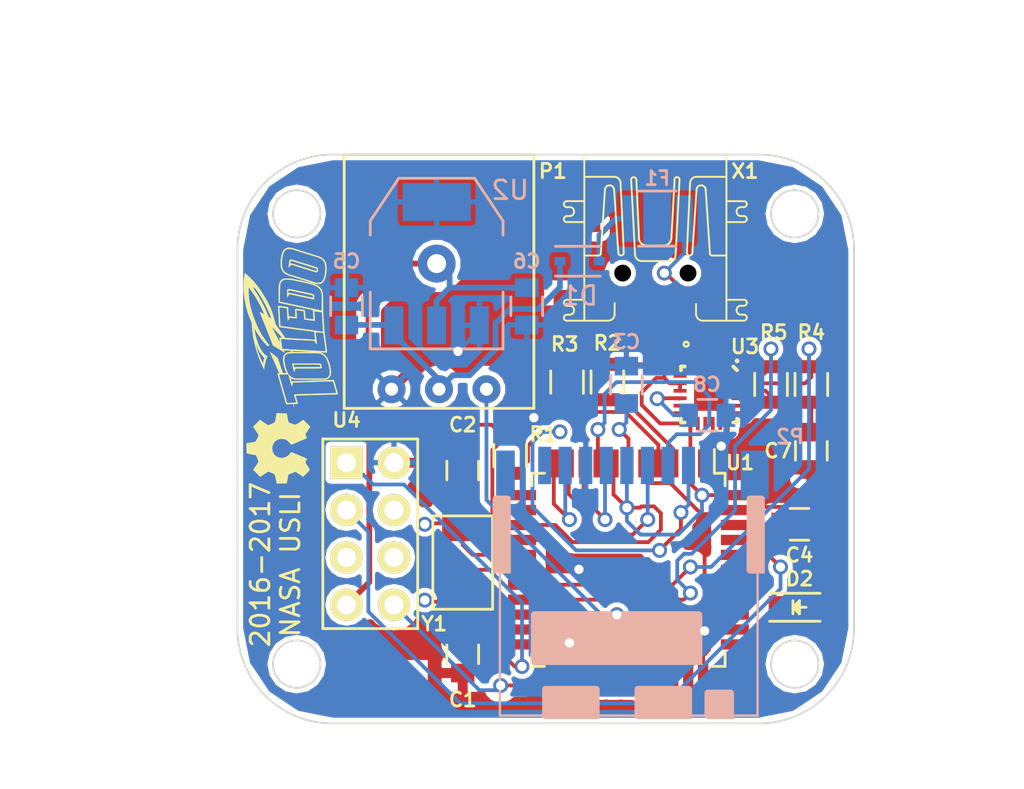
<source format=kicad_pcb>
(kicad_pcb (version 4) (host pcbnew 4.0.4+dfsg1-stable)
  (layers (0 F.Cu signal) (31 B.Cu signal) (34 B.Paste user) (35 F.Paste user) (36 B.SilkS user) (37 F.SilkS user) (38 B.Mask user) (39 F.Mask user) (44 Edge.Cuts user))
  (net 0 "")
  (net 1 GND)
  (net 2 "Net-(C1-Pad1)")
  (net 3 "Net-(C2-Pad1)")
  (net 4 "Net-(C3-Pad1)")
  (net 5 "Net-(C4-Pad1)")
  (net 6 VDD)
  (net 7 "Net-(D2-Pad1)")
  (net 8 SERVO_PWM)
  (net 9 "Net-(P2-Pad8)")
  (net 10 MISO)
  (net 11 SCK)
  (net 12 MOSI)
  (net 13 SD_CS)
  (net 14 USB_D-)
  (net 15 "Net-(R2-Pad1)")
  (net 16 USB_D+)
  (net 17 RST)
  (net 18 SCL)
  (net 19 SDA)
  (net 20 "Net-(U1-Pad1)")
  (net 21 "Net-(U1-Pad12)")
  (net 22 RX)
  (net 23 TX)
  (net 24 "Net-(U1-Pad22)")
  (net 25 "Net-(U1-Pad25)")
  (net 26 "Net-(U1-Pad26)")
  (net 27 "Net-(U1-Pad31)")
  (net 28 "Net-(U1-Pad32)")
  (net 29 "Net-(U1-Pad36)")
  (net 30 "Net-(U1-Pad37)")
  (net 31 "Net-(U1-Pad38)")
  (net 32 "Net-(U1-Pad39)")
  (net 33 "Net-(U3-Pad1)")
  (net 34 "Net-(U3-Pad7)")
  (net 35 "Net-(U3-Pad11)")
  (net 36 "Net-(U3-Pad12)")
  (net 37 "Net-(U3-Pad19)")
  (net 38 "Net-(U3-Pad20)")
  (net 39 "Net-(U3-Pad21)")
  (net 40 WIFI_ON)
  (net 41 "Net-(U4-Pad4)")
  (net 42 "Net-(U4-Pad5)")
  (net 43 "Net-(U4-Pad6)")
  (net 44 "Net-(X1-Pad4)")
  (net 45 "Net-(U3-Pad25)")
  (net 46 "Net-(D1-Pad2)")
  (net 47 "Net-(F1-Pad1)")
  (net 48 "Net-(U1-Pad28)")
  (net 49 VCC)
  (net 50 "Net-(R3-Pad1)")
  (net 51 "Net-(C8-Pad1)")
  (net 52 "Net-(U1-Pad40)")
  (net 53 "Net-(U1-Pad27)")
  (net 54 "Net-(U1-Pad24)")
  (net 55 "Net-(U1-Pad34)")
  (module Capacitors_SMD:C_0805 (layer B.Cu) (at 162.322 100.33)
    (fp_text reference C8 (at -0.016 -1.651) (layer B.SilkS) (effects (font (size 0.75 0.75)) (justify mirror)))
    (fp_text value .1uF)
    (pad 1 smd rect (at -1 0) (size 1 1.25) (layers B.Cu B.Paste B.Mask) (net 51 "Net-(C8-Pad1)"))
    (pad 2 smd rect (at 1 0) (size 1 1.25) (layers B.Cu B.Paste B.Mask) (net 1 GND))
  )
  (module Capacitors_SMD:C_0805 (layer F.Cu) (at 149.225 113.141 270)
    (fp_text reference C1 (at 2.429 0 360) (layer F.SilkS) (effects (font (size 0.75 0.75))))
    (fp_text value 33pF)
    (pad 1 smd rect (at -1 0 270) (size 1 1.25) (layers F.Cu F.Paste F.Mask) (net 2 "Net-(C1-Pad1)"))
    (pad 2 smd rect (at 1 0 270) (size 1 1.25) (layers F.Cu F.Paste F.Mask) (net 1 GND))
  )
  (module Capacitors_SMD:C_0805 (layer F.Cu) (at 149.225 103.2924 90)
    (fp_text reference C2 (at 2.4544 0 180) (layer F.SilkS) (effects (font (size 0.75 0.75))))
    (fp_text value 33pF)
    (pad 1 smd rect (at -1 0 90) (size 1 1.25) (layers F.Cu F.Paste F.Mask) (net 3 "Net-(C2-Pad1)"))
    (pad 2 smd rect (at 1 0 90) (size 1 1.25) (layers F.Cu F.Paste F.Mask) (net 1 GND))
  )
  (module Capacitors_SMD:C_0805 (layer B.Cu) (at 157.988 98.695 90)
    (fp_text reference C3 (at 2.302 0 180) (layer B.SilkS) (effects (font (size 0.75 0.75)) (justify mirror)))
    (fp_text value 1uF)
    (pad 1 smd rect (at -1 0 90) (size 1 1.25) (layers B.Cu B.Paste B.Mask) (net 4 "Net-(C3-Pad1)"))
    (pad 2 smd rect (at 1 0 90) (size 1 1.25) (layers B.Cu B.Paste B.Mask) (net 1 GND))
  )
  (module Capacitors_SMD:C_0805 (layer F.Cu) (at 167.259 106.172)
    (fp_text reference C4 (at 0 1.651) (layer F.SilkS) (effects (font (size 0.75 0.75))))
    (fp_text value .1uF)
    (pad 1 smd rect (at -1 0) (size 1 1.25) (layers F.Cu F.Paste F.Mask) (net 5 "Net-(C4-Pad1)"))
    (pad 2 smd rect (at 1 0) (size 1 1.25) (layers F.Cu F.Paste F.Mask) (net 1 GND))
  )
  (module Capacitors_SMD:C_0805 (layer B.Cu) (at 143.002 94.488 90)
    (fp_text reference C5 (at 2.413 0 180) (layer B.SilkS) (effects (font (size 0.75 0.75)) (justify mirror)))
    (fp_text value 10uF)
    (pad 1 smd rect (at -1 0 90) (size 1 1.25) (layers B.Cu B.Paste B.Mask) (net 49 VCC))
    (pad 2 smd rect (at 1 0 90) (size 1 1.25) (layers B.Cu B.Paste B.Mask) (net 1 GND))
  )
  (module Capacitors_SMD:C_0805 (layer B.Cu) (at 152.654 94.488 270)
    (fp_text reference C6 (at -2.413 0 360) (layer B.SilkS) (effects (font (size 0.75 0.75)) (justify mirror)))
    (fp_text value 22uF)
    (pad 1 smd rect (at -1 0 270) (size 1 1.25) (layers B.Cu B.Paste B.Mask) (net 6 VDD))
    (pad 2 smd rect (at 1 0 270) (size 1 1.25) (layers B.Cu B.Paste B.Mask) (net 1 GND))
  )
  (module Capacitors_SMD:C_0805 (layer F.Cu) (at 167.894 102.235 270)
    (fp_text reference C7 (at 0 1.778 360) (layer F.SilkS) (effects (font (size 0.75 0.75))))
    (fp_text value .1uF)
    (pad 1 smd rect (at -1 0 270) (size 1 1.25) (layers F.Cu F.Paste F.Mask) (net 6 VDD))
    (pad 2 smd rect (at 1 0 270) (size 1 1.25) (layers F.Cu F.Paste F.Mask) (net 1 GND))
  )
  (module Diodes_SMD:SOD-323 (layer B.Cu) (at 155.487 92.075)
    (fp_text reference D1 (at 0 1.85) (layer B.SilkS) (effects (justify mirror)))
    (fp_text value D_Schottky)
    (pad 1 smd rect (at -1.055 0) (size 0.59 0.45) (layers B.Cu B.Paste B.Mask) (net 49 VCC))
    (pad 2 smd rect (at 1.055 0) (size 0.59 0.45) (layers B.Cu B.Paste B.Mask) (net 46 "Net-(D1-Pad2)"))
  )
  (module LEDs:LED_0805 (layer F.Cu) (at 167.259 110.617)
    (fp_text reference D2 (at 0 -1.524) (layer F.SilkS) (effects (font (size 0.75 0.75))))
    (fp_text value LED_BLUE)
    (pad 2 smd rect (at 1.04902 0 180) (size 1.19888 1.19888) (layers F.Cu F.Paste F.Mask) (net 1 GND))
    (pad 1 smd rect (at -1.04902 0 180) (size 1.19888 1.19888) (layers F.Cu F.Paste F.Mask) (net 7 "Net-(D2-Pad1)"))
  )
  (module Resistors_SMD:R_1210 (layer B.Cu) (at 159.639 89.789 180)
    (fp_text reference F1 (at 0 2.159 180) (layer B.SilkS) (effects (font (size 0.75 0.75)) (justify mirror)))
    (fp_text value FUSE)
    (pad 1 smd rect (at -1.45 0 180) (size 0.9 2.5) (layers B.Cu B.Paste B.Mask) (net 47 "Net-(F1-Pad1)"))
    (pad 2 smd rect (at 1.45 0 180) (size 0.9 2.5) (layers B.Cu B.Paste B.Mask) (net 46 "Net-(D1-Pad2)"))
  )
  (module "UT ROCKETRY MOD:TE1X3" (layer F.Cu) (at 147.955 102.0445 180)
    (fp_text reference P1 (at -6.096 14.7955 180) (layer F.SilkS) (effects (font (size 0.762 0.762))))
    (fp_text value CONN_01X03)
    (pad 3 thru_hole circle (at 2.54 3.1115 180) (size 1.5 1.5) (drill 0.7) (layers *.Cu *.Mask) (net 1 GND))
    (pad 2 thru_hole circle (at 0 3.1115 180) (size 1.5 1.5) (drill 0.7) (layers *.Cu *.Mask) (net 49 VCC))
    (pad 1 thru_hole circle (at -2.54 3.1115 180) (size 1.5 1.5) (drill 0.7) (layers *.Cu *.Mask) (net 8 SERVO_PWM))
  )
  (module Resistors_SMD:R_0805 (layer F.Cu) (at 151.765 102.489 90)
    (fp_text reference R1 (at 1.143 1.778 180) (layer F.SilkS) (effects (font (size 0.75 0.75))))
    (fp_text value 10K)
    (pad 1 smd rect (at -0.95 0 90) (size 0.7 1.3) (layers F.Cu F.Paste F.Mask) (net 17 RST))
    (pad 2 smd rect (at 0.95 0 90) (size 0.7 1.3) (layers F.Cu F.Paste F.Mask) (net 6 VDD))
  )
  (module Resistors_SMD:R_0805 (layer F.Cu) (at 156.972 98.5495 270)
    (fp_text reference R2 (at -2.093 0 360) (layer F.SilkS) (effects (font (size 0.75 0.75))))
    (fp_text value 22)
    (pad 1 smd rect (at -0.95 0 270) (size 0.7 1.3) (layers F.Cu F.Paste F.Mask) (net 15 "Net-(R2-Pad1)"))
    (pad 2 smd rect (at 0.95 0 270) (size 0.7 1.3) (layers F.Cu F.Paste F.Mask) (net 14 USB_D-))
  )
  (module Resistors_SMD:R_0805 (layer F.Cu) (at 154.813 98.552 270)
    (fp_text reference R3 (at -2.032 0.127 360) (layer F.SilkS) (effects (font (size 0.75 0.75))))
    (fp_text value 22)
    (pad 1 smd rect (at -0.95 0 270) (size 0.7 1.3) (layers F.Cu F.Paste F.Mask) (net 50 "Net-(R3-Pad1)"))
    (pad 2 smd rect (at 0.95 0 270) (size 0.7 1.3) (layers F.Cu F.Paste F.Mask) (net 16 USB_D+))
  )
  (module Resistors_SMD:R_0805 (layer F.Cu) (at 167.894 98.679 90)
    (fp_text reference R4 (at 2.794 0 180) (layer F.SilkS) (effects (font (size 0.75 0.75))))
    (fp_text value 10K)
    (pad 1 smd rect (at -0.95 0 90) (size 0.7 1.3) (layers F.Cu F.Paste F.Mask) (net 6 VDD))
    (pad 2 smd rect (at 0.95 0 90) (size 0.7 1.3) (layers F.Cu F.Paste F.Mask) (net 18 SCL))
  )
  (module Resistors_SMD:R_0805 (layer F.Cu) (at 165.735 98.679 90)
    (fp_text reference R5 (at 2.794 0.145958 180) (layer F.SilkS) (effects (font (size 0.75 0.75))))
    (fp_text value 10K)
    (pad 1 smd rect (at -0.95 0 90) (size 0.7 1.3) (layers F.Cu F.Paste F.Mask) (net 6 VDD))
    (pad 2 smd rect (at 0.95 0 90) (size 0.7 1.3) (layers F.Cu F.Paste F.Mask) (net 19 SDA))
  )
  (module Housings_QFP:TQFP-44_10x10mm_Pitch0.8mm (layer F.Cu) (at 158.1 108.61 270)
    (fp_text reference U1 (at -5.74 -5.984 360) (layer F.SilkS) (effects (font (size 0.75 0.75))))
    (fp_text value ATmega32U4)
    (pad 1 smd rect (at -5.7 -4 270) (size 1.5 0.55) (layers F.Cu F.Paste F.Mask) (net 20 "Net-(U1-Pad1)"))
    (pad 2 smd rect (at -5.7 -3.2 270) (size 1.5 0.55) (layers F.Cu F.Paste F.Mask) (net 6 VDD))
    (pad 3 smd rect (at -5.7 -2.4 270) (size 1.5 0.55) (layers F.Cu F.Paste F.Mask) (net 14 USB_D-))
    (pad 4 smd rect (at -5.7 -1.6 270) (size 1.5 0.55) (layers F.Cu F.Paste F.Mask) (net 16 USB_D+))
    (pad 5 smd rect (at -5.7 -0.8 270) (size 1.5 0.55) (layers F.Cu F.Paste F.Mask) (net 1 GND))
    (pad 6 smd rect (at -5.7 0 270) (size 1.5 0.55) (layers F.Cu F.Paste F.Mask) (net 4 "Net-(C3-Pad1)"))
    (pad 7 smd rect (at -5.7 0.8 270) (size 1.5 0.55) (layers F.Cu F.Paste F.Mask) (net 6 VDD))
    (pad 8 smd rect (at -5.7 1.6 270) (size 1.5 0.55) (layers F.Cu F.Paste F.Mask) (net 13 SD_CS))
    (pad 9 smd rect (at -5.7 2.4 270) (size 1.5 0.55) (layers F.Cu F.Paste F.Mask) (net 11 SCK))
    (pad 10 smd rect (at -5.7 3.2 270) (size 1.5 0.55) (layers F.Cu F.Paste F.Mask) (net 12 MOSI))
    (pad 11 smd rect (at -5.7 4 270) (size 1.5 0.55) (layers F.Cu F.Paste F.Mask) (net 10 MISO))
    (pad 12 smd rect (at -4 5.7) (size 1.5 0.55) (layers F.Cu F.Paste F.Mask) (net 21 "Net-(U1-Pad12)"))
    (pad 13 smd rect (at -3.2 5.7) (size 1.5 0.55) (layers F.Cu F.Paste F.Mask) (net 17 RST))
    (pad 14 smd rect (at -2.4 5.7) (size 1.5 0.55) (layers F.Cu F.Paste F.Mask) (net 6 VDD))
    (pad 15 smd rect (at -1.6 5.7) (size 1.5 0.55) (layers F.Cu F.Paste F.Mask) (net 1 GND))
    (pad 16 smd rect (at -0.8 5.7) (size 1.5 0.55) (layers F.Cu F.Paste F.Mask) (net 3 "Net-(C2-Pad1)"))
    (pad 17 smd rect (at 0 5.7) (size 1.5 0.55) (layers F.Cu F.Paste F.Mask) (net 2 "Net-(C1-Pad1)"))
    (pad 18 smd rect (at 0.8 5.7) (size 1.5 0.55) (layers F.Cu F.Paste F.Mask) (net 18 SCL))
    (pad 19 smd rect (at 1.6 5.7) (size 1.5 0.55) (layers F.Cu F.Paste F.Mask) (net 19 SDA))
    (pad 20 smd rect (at 2.4 5.7) (size 1.5 0.55) (layers F.Cu F.Paste F.Mask) (net 22 RX))
    (pad 21 smd rect (at 3.2 5.7) (size 1.5 0.55) (layers F.Cu F.Paste F.Mask) (net 23 TX))
    (pad 22 smd rect (at 4 5.7) (size 1.5 0.55) (layers F.Cu F.Paste F.Mask) (net 24 "Net-(U1-Pad22)"))
    (pad 23 smd rect (at 5.7 4 270) (size 1.5 0.55) (layers F.Cu F.Paste F.Mask) (net 1 GND))
    (pad 24 smd rect (at 5.7 3.2 270) (size 1.5 0.55) (layers F.Cu F.Paste F.Mask) (net 54 "Net-(U1-Pad24)"))
    (pad 25 smd rect (at 5.7 2.4 270) (size 1.5 0.55) (layers F.Cu F.Paste F.Mask) (net 25 "Net-(U1-Pad25)"))
    (pad 26 smd rect (at 5.7 1.6 270) (size 1.5 0.55) (layers F.Cu F.Paste F.Mask) (net 26 "Net-(U1-Pad26)"))
    (pad 27 smd rect (at 5.7 0.8 270) (size 1.5 0.55) (layers F.Cu F.Paste F.Mask) (net 53 "Net-(U1-Pad27)"))
    (pad 28 smd rect (at 5.7 0 270) (size 1.5 0.55) (layers F.Cu F.Paste F.Mask) (net 48 "Net-(U1-Pad28)"))
    (pad 29 smd rect (at 5.7 -0.8 270) (size 1.5 0.55) (layers F.Cu F.Paste F.Mask) (net 7 "Net-(D2-Pad1)"))
    (pad 30 smd rect (at 5.7 -1.6 270) (size 1.5 0.55) (layers F.Cu F.Paste F.Mask) (net 8 SERVO_PWM))
    (pad 31 smd rect (at 5.7 -2.4 270) (size 1.5 0.55) (layers F.Cu F.Paste F.Mask) (net 27 "Net-(U1-Pad31)"))
    (pad 32 smd rect (at 5.7 -3.2 270) (size 1.5 0.55) (layers F.Cu F.Paste F.Mask) (net 28 "Net-(U1-Pad32)"))
    (pad 33 smd rect (at 5.7 -4 270) (size 1.5 0.55) (layers F.Cu F.Paste F.Mask) (net 1 GND))
    (pad 34 smd rect (at 4 -5.7) (size 1.5 0.55) (layers F.Cu F.Paste F.Mask) (net 55 "Net-(U1-Pad34)"))
    (pad 35 smd rect (at 3.2 -5.7) (size 1.5 0.55) (layers F.Cu F.Paste F.Mask) (net 1 GND))
    (pad 36 smd rect (at 2.4 -5.7) (size 1.5 0.55) (layers F.Cu F.Paste F.Mask) (net 29 "Net-(U1-Pad36)"))
    (pad 37 smd rect (at 1.6 -5.7) (size 1.5 0.55) (layers F.Cu F.Paste F.Mask) (net 30 "Net-(U1-Pad37)"))
    (pad 38 smd rect (at 0.8 -5.7) (size 1.5 0.55) (layers F.Cu F.Paste F.Mask) (net 31 "Net-(U1-Pad38)"))
    (pad 39 smd rect (at 0 -5.7) (size 1.5 0.55) (layers F.Cu F.Paste F.Mask) (net 32 "Net-(U1-Pad39)"))
    (pad 40 smd rect (at -0.8 -5.7) (size 1.5 0.55) (layers F.Cu F.Paste F.Mask) (net 52 "Net-(U1-Pad40)"))
    (pad 41 smd rect (at -1.6 -5.7) (size 1.5 0.55) (layers F.Cu F.Paste F.Mask) (net 40 WIFI_ON))
    (pad 42 smd rect (at -2.4 -5.7) (size 1.5 0.55) (layers F.Cu F.Paste F.Mask) (net 5 "Net-(C4-Pad1)"))
    (pad 43 smd rect (at -3.2 -5.7) (size 1.5 0.55) (layers F.Cu F.Paste F.Mask) (net 1 GND))
    (pad 44 smd rect (at -4 -5.7) (size 1.5 0.55) (layers F.Cu F.Paste F.Mask) (net 6 VDD))
  )
  (module TO_SOT_Packages_SMD:SOT-223 (layer B.Cu) (at 147.828 92.202 180)
    (fp_text reference U2 (at -3.937 3.937 180) (layer B.SilkS) (effects (justify mirror)))
    (fp_text value AZ1117)
    (pad 1 smd rect (at 0 3.302 180) (size 3.6576 2.032) (layers B.Cu B.Paste B.Mask) (net 1 GND))
    (pad 2 smd rect (at 0 -3.302 180) (size 1.016 2.032) (layers B.Cu B.Paste B.Mask) (net 6 VDD))
    (pad 3 smd rect (at 2.286 -3.302 180) (size 1.016 2.032) (layers B.Cu B.Paste B.Mask) (net 49 VCC))
    (pad 1 smd rect (at -2.286 -3.302 180) (size 1.016 2.032) (layers B.Cu B.Paste B.Mask) (net 1 GND))
  )
  (module "UT ROCKETRY MOD:ESP-01" (layer F.Cu) (at 143.002 102.87)
    (fp_text reference U4 (at 0 -2.286) (layer F.SilkS) (effects (font (size 0.75 0.75))))
    (fp_text value ESP-01v090)
    (pad 1 thru_hole rect (at 0 0) (size 1.7272 1.7272) (drill 1.016) (layers *.Cu *.Mask F.SilkS) (net 23 TX))
    (pad 2 thru_hole oval (at 2.54 0) (size 1.7272 1.7272) (drill 1.016) (layers *.Cu *.Mask F.SilkS) (net 1 GND))
    (pad 3 thru_hole oval (at 0 2.54) (size 1.7272 1.7272) (drill 1.016) (layers *.Cu *.Mask F.SilkS) (net 40 WIFI_ON))
    (pad 4 thru_hole oval (at 2.54 2.54) (size 1.7272 1.7272) (drill 1.016) (layers *.Cu *.Mask F.SilkS) (net 41 "Net-(U4-Pad4)"))
    (pad 5 thru_hole oval (at 0 5.08) (size 1.7272 1.7272) (drill 1.016) (layers *.Cu *.Mask F.SilkS) (net 42 "Net-(U4-Pad5)"))
    (pad 6 thru_hole oval (at 2.54 5.08) (size 1.7272 1.7272) (drill 1.016) (layers *.Cu *.Mask F.SilkS) (net 43 "Net-(U4-Pad6)"))
    (pad 7 thru_hole oval (at 0 7.62) (size 1.7272 1.7272) (drill 1.016) (layers *.Cu *.Mask F.SilkS) (net 6 VDD))
    (pad 8 thru_hole oval (at 2.54 7.62) (size 1.7272 1.7272) (drill 1.016) (layers *.Cu *.Mask F.SilkS) (net 22 RX))
  )
  (module "UT ROCKETRY MOD:UX60-MB-5ST" (layer F.Cu) (at 159.54 95.25 180)
    (fp_text reference X1 (at -4.798 8.001 180) (layer F.SilkS) (effects (font (size 0.75 0.75))))
    (fp_text value "SMD USB OTG" hide)
    (pad 5 smd rect (at -4.2 0.54 270) (size 2.2 2.5) (layers F.Cu F.Paste F.Mask) (net 1 GND))
    (pad 5 smd rect (at 4.2 0.54 270) (size 2.2 2.5) (layers F.Cu F.Paste F.Mask) (net 1 GND))
    (pad 5 smd rect (at -4.2 5.84 270) (size 2.2 2.5) (layers F.Cu F.Paste F.Mask) (net 1 GND))
    (pad 5 smd rect (at 4.2 5.84 270) (size 2.2 2.5) (layers F.Cu F.Paste F.Mask) (net 1 GND))
    (pad 1 smd rect (at -1.6 0.29 270) (size 2 0.5) (layers F.Cu F.Paste F.Mask) (net 47 "Net-(F1-Pad1)"))
    (pad 2 smd rect (at -0.8 0.29 270) (size 2 0.5) (layers F.Cu F.Paste F.Mask) (net 15 "Net-(R2-Pad1)"))
    (pad 3 smd rect (at 0 0.29 270) (size 2 0.5) (layers F.Cu F.Paste F.Mask) (net 50 "Net-(R3-Pad1)"))
    (pad 4 smd rect (at 0.8 0.29 270) (size 2 0.5) (layers F.Cu F.Paste F.Mask) (net 44 "Net-(X1-Pad4)"))
    (pad 5 smd rect (at 1.6 0.29 270) (size 2 0.5) (layers F.Cu F.Paste F.Mask) (net 1 GND))
    (pad Hole np_thru_hole circle (at -1.75 2.54 180) (size 0.9 0.9) (drill 0.9) (layers))
    (pad Hole np_thru_hole circle (at 1.75 2.54 180) (size 0.9 0.9) (drill 0.9) (layers))
  )
  (module "UT ROCKETRY MOD:ABM3" (layer F.Cu) (at 140.825 107.2212 90)
    (fp_text reference Y1 (at -4.2848 6.876 180) (layer F.SilkS) (effects (font (size 0.75 0.75))))
    (fp_text value Crystal)
    (pad 1 smd rect (at -3.1 8.4 90) (size 1.9 2.2) (layers F.Cu F.Paste F.Mask) (net 2 "Net-(C1-Pad1)"))
    (pad 2 smd rect (at 1.1 8.4 90) (size 1.9 2.2) (layers F.Cu F.Paste F.Mask) (net 3 "Net-(C2-Pad1)"))
  )
  (module "UT ROCKETRY MOD:HRS_DM3CS-SF" (layer B.Cu) (at 158.115 109.22)
    (fp_text reference P2 (at 8.636 -7.747) (layer B.SilkS) (effects (font (size 0.75 0.75)) (justify mirror)))
    (fp_text value "MICRO SD" hide)
    (pad 8 smd rect (at -4.5 -6.2) (size 0.7 2) (layers B.Cu B.Paste B.Mask) (net 9 "Net-(P2-Pad8)"))
    (pad 7 smd rect (at -3.4 -6.2) (size 0.7 2) (layers B.Cu B.Paste B.Mask) (net 10 MISO))
    (pad 6 smd rect (at -2.3 -6.2) (size 0.7 2) (layers B.Cu B.Paste B.Mask) (net 1 GND))
    (pad 5 smd rect (at -1.2 -6.2) (size 0.7 2) (layers B.Cu B.Paste B.Mask) (net 11 SCK))
    (pad 4 smd rect (at -0.1 -6.2) (size 0.7 2) (layers B.Cu B.Paste B.Mask) (net 6 VDD))
    (pad 3 smd rect (at 1 -6.2) (size 0.7 2) (layers B.Cu B.Paste B.Mask) (net 12 MOSI))
    (pad 2 smd rect (at 2.1 -6.2) (size 0.7 2) (layers B.Cu B.Paste B.Mask) (net 13 SD_CS))
    (pad 1 smd rect (at 3.2 -6.2) (size 0.7 2) (layers B.Cu B.Paste B.Mask) (net 17 RST))
    (pad PAD. smd rect (at -6.6 -5.7) (size 1 2.6) (layers B.Cu B.Paste B.Mask))
    (pad PAD smd rect (at 6.75 -5.7) (size 1.5 2.6) (layers B.Cu B.Paste B.Mask))
  )
  (module "UT ROCKETRY MOD:QFN40P300X300X105-25N" (layer F.Cu) (at 162.414042 99.216352 270)
    (fp_text reference U3 (at -2.569352 -1.923958 360) (layer F.SilkS) (effects (font (size 0.75 0.75))))
    (fp_text value MPU-9250 hide)
    (pad 1 smd rect (at -1.55 -1 270) (size 0.7 0.2) (layers F.Cu F.Paste F.Mask) (net 33 "Net-(U3-Pad1)"))
    (pad 2 smd rect (at -1.55 -0.6 270) (size 0.7 0.2) (layers F.Cu F.Paste F.Mask))
    (pad 3 smd rect (at -1.55 -0.2 270) (size 0.7 0.2) (layers F.Cu F.Paste F.Mask))
    (pad 4 smd rect (at -1.55 0.2 270) (size 0.7 0.2) (layers F.Cu F.Paste F.Mask))
    (pad 5 smd rect (at -1.55 0.6 270) (size 0.7 0.2) (layers F.Cu F.Paste F.Mask))
    (pad 6 smd rect (at -1.55 1 270) (size 0.7 0.2) (layers F.Cu F.Paste F.Mask))
    (pad 7 smd rect (at -1 1.55) (size 0.7 0.2) (layers F.Cu F.Paste F.Mask) (net 34 "Net-(U3-Pad7)"))
    (pad 8 smd rect (at -0.6 1.55) (size 0.7 0.2) (layers F.Cu F.Paste F.Mask) (net 6 VDD))
    (pad 9 smd rect (at -0.2 1.55) (size 0.7 0.2) (layers F.Cu F.Paste F.Mask) (net 6 VDD))
    (pad 10 smd rect (at 0.2 1.55) (size 0.7 0.2) (layers F.Cu F.Paste F.Mask) (net 51 "Net-(C8-Pad1)"))
    (pad 11 smd rect (at 0.6 1.55) (size 0.7 0.2) (layers F.Cu F.Paste F.Mask) (net 35 "Net-(U3-Pad11)"))
    (pad 12 smd rect (at 1 1.55) (size 0.7 0.2) (layers F.Cu F.Paste F.Mask) (net 36 "Net-(U3-Pad12)"))
    (pad 13 smd rect (at 1.55 1 90) (size 0.7 0.2) (layers F.Cu F.Paste F.Mask) (net 6 VDD))
    (pad 14 smd rect (at 1.55 0.6 90) (size 0.7 0.2) (layers F.Cu F.Paste F.Mask))
    (pad 15 smd rect (at 1.55 0.2 90) (size 0.7 0.2) (layers F.Cu F.Paste F.Mask))
    (pad 16 smd rect (at 1.55 -0.2 90) (size 0.7 0.2) (layers F.Cu F.Paste F.Mask))
    (pad 17 smd rect (at 1.55 -0.6 90) (size 0.7 0.2) (layers F.Cu F.Paste F.Mask))
    (pad 18 smd rect (at 1.55 -1 90) (size 0.7 0.2) (layers F.Cu F.Paste F.Mask) (net 1 GND))
    (pad 19 smd rect (at 1 -1.55 180) (size 0.7 0.2) (layers F.Cu F.Paste F.Mask) (net 37 "Net-(U3-Pad19)"))
    (pad 20 smd rect (at 0.6 -1.55 180) (size 0.7 0.2) (layers F.Cu F.Paste F.Mask) (net 38 "Net-(U3-Pad20)"))
    (pad 21 smd rect (at 0.2 -1.55 180) (size 0.7 0.2) (layers F.Cu F.Paste F.Mask) (net 39 "Net-(U3-Pad21)"))
    (pad 22 smd rect (at -0.2 -1.55 180) (size 0.7 0.2) (layers F.Cu F.Paste F.Mask) (net 6 VDD))
    (pad 23 smd rect (at -0.6 -1.55 180) (size 0.7 0.2) (layers F.Cu F.Paste F.Mask) (net 18 SCL))
    (pad 24 smd rect (at -1 -1.55 180) (size 0.7 0.2) (layers F.Cu F.Paste F.Mask) (net 19 SDA))
    (pad 25 smd rect (at 0 0 270) (size 1.75 1.6) (layers F.Cu F.Paste F.Mask) (net 45 "Net-(U3-Pad25)"))
  )
  (module "UT ROCKETRY MOD:UT LOGO3" (layer F.Cu) (at 138.684 95.631 90)
    (fp_text reference G*** hide)
    (fp_text value LOGO hide)
  )
  (module "UT ROCKETRY MOD:OSH LOGO" (layer F.Cu) (at 140.208 102.108 90)
    (fp_text reference G*** hide)
    (fp_text value LOGO hide)
  )
  (gr_text "ARCU\nREV A" (at 167.64 92.964) (layer F.Cu) (effects (font (size 1 1))))
  (gr_text "CDM\n11/3/16" (at 144.272 115.189) (layer F.Cu) (effects (font (size 0.75 0.75))))
  (gr_text "2016-2017\nNASA USLI" (at 139.192 108.331 90) (layer F.SilkS) (effects (font (size 1 1))))
  (gr_circle (center 167.005 113.665) (end 167.005 112.395) (layer Edge.Cuts) (width 0.1))
  (gr_circle (center 140.335 113.665) (end 140.335 112.395) (layer Edge.Cuts) (width 0.1))
  (gr_circle (center 140.335 89.535) (end 140.335 88.265) (layer Edge.Cuts) (width 0.1))
  (gr_circle (center 167.005 89.535) (end 167.005 88.265) (layer Edge.Cuts) (width 0.1))
  (gr_arc (start 142.24 111.76) (end 142.24 116.84) (angle 90) (layer Edge.Cuts) (width 0.1))
  (gr_arc (start 142.24 91.44) (end 137.16 91.44) (angle 90) (layer Edge.Cuts) (width 0.1))
  (gr_arc (start 165.1 111.76) (end 170.18 111.76) (angle 90) (layer Edge.Cuts) (width 0.1))
  (gr_arc (start 165.1 91.44) (end 165.1 86.36) (angle 90) (layer Edge.Cuts) (width 0.1))
  (gr_line (start 165.1 86.36) (end 142.24 86.36) (layer Edge.Cuts) (width 0.1))
  (gr_line (start 170.18 111.76) (end 170.18 91.44) (layer Edge.Cuts) (width 0.1))
  (gr_line (start 142.24 116.84) (end 165.1 116.84) (layer Edge.Cuts) (width 0.1))
  (gr_line (start 137.16 91.44) (end 137.16 111.76) (layer Edge.Cuts) (width 0.1))
  (segment (start 145.288 102.616) (end 145.542 102.87) (width 0.2032) (layer B.Cu) (net 1))
  (segment (start 163.8 105.41) (end 162.8468 105.41) (width 0.2032) (layer F.Cu) (net 1))
  (segment (start 162.8468 105.41) (end 162.4658 105.791) (width 0.2032) (layer F.Cu) (net 1))
  (segment (start 162.4658 105.791) (end 162.179 105.791) (width 0.2032) (layer F.Cu) (net 1))
  (segment (start 158.9 102.91) (end 158.9 103.683642) (width 0.2032) (layer F.Cu) (net 1))
  (segment (start 158.9 103.683642) (end 159.181159 103.964801) (width 0.2032) (layer F.Cu) (net 1))
  (segment (start 159.181159 103.964801) (end 160.343372 103.964801) (width 0.2032) (layer F.Cu) (net 1))
  (segment (start 160.343372 103.964801) (end 161.788571 105.41) (width 0.2032) (layer F.Cu) (net 1))
  (segment (start 161.788571 105.41) (end 161.798 105.41) (width 0.2032) (layer F.Cu) (net 1))
  (segment (start 161.798 105.41) (end 162.179 105.791) (width 0.2032) (layer F.Cu) (net 1))
  (segment (start 162.179 105.791) (end 162.179 111.321315) (width 0.2032) (layer F.Cu) (net 1))
  (segment (start 162.179 111.321315) (end 162.179 111.887) (width 0.2032) (layer F.Cu) (net 1))
  (segment (start 163.068 101.854) (end 163.418843 101.503157) (width 0.2032) (layer F.Cu) (net 1))
  (segment (start 163.418843 101.503157) (end 163.418843 101.360193) (width 0.2032) (layer F.Cu) (net 1))
  (segment (start 163.418843 101.360193) (end 163.418843 100.766352) (width 0.2032) (layer F.Cu) (net 1))
  (segment (start 163.068 101.981) (end 163.068 101.854) (width 0.2032) (layer F.Cu) (net 1))
  (segment (start 163.322 100.33) (end 163.322 101.727) (width 0.2032) (layer B.Cu) (net 1))
  (segment (start 163.322 101.727) (end 163.068 101.981) (width 0.2032) (layer B.Cu) (net 1))
  (via (at 163.068 101.981) (size 0.8) (drill 0.5) (layers F.Cu B.Cu) (net 1))
  (segment (start 150.114 95.504) (end 150.114 95.758) (width 0.2032) (layer B.Cu) (net 1))
  (via (at 148.971 96.901) (size 0.8) (drill 0.5) (layers F.Cu B.Cu) (net 1))
  (segment (start 150.114 95.758) (end 148.971 96.901) (width 0.2032) (layer B.Cu) (net 1))
  (segment (start 163.8 105.41) (end 164.7532 105.41) (width 0.2032) (layer F.Cu) (net 1))
  (segment (start 164.7532 105.41) (end 164.921001 105.242199) (width 0.2032) (layer F.Cu) (net 1))
  (segment (start 164.921001 105.242199) (end 167.454199 105.242199) (width 0.2032) (layer F.Cu) (net 1))
  (segment (start 167.454199 105.242199) (end 168.259 106.047) (width 0.2032) (layer F.Cu) (net 1))
  (segment (start 168.259 106.047) (end 168.259 106.172) (width 0.2032) (layer F.Cu) (net 1))
  (segment (start 163.8 111.81) (end 162.256 111.81) (width 0.2032) (layer F.Cu) (net 1))
  (segment (start 162.256 111.81) (end 162.179 111.887) (width 0.2032) (layer F.Cu) (net 1))
  (segment (start 162.1 114.31) (end 162.1 111.966) (width 0.2032) (layer F.Cu) (net 1))
  (segment (start 162.1 111.966) (end 162.179 111.887) (width 0.2032) (layer F.Cu) (net 1))
  (via (at 162.179 111.887) (size 0.8) (drill 0.5) (layers F.Cu B.Cu) (net 1))
  (segment (start 152.4 107.01) (end 153.873 107.01) (width 0.2032) (layer F.Cu) (net 1))
  (segment (start 153.873 107.01) (end 155.448 108.585) (width 0.2032) (layer F.Cu) (net 1))
  (segment (start 150.114 95.504) (end 150.114 96.012) (width 0.2032) (layer B.Cu) (net 1))
  (segment (start 155.448 108.302172) (end 155.448 108.585) (width 0.2032) (layer F.Cu) (net 1))
  (via (at 155.448 108.585) (size 0.8) (drill 0.5) (layers F.Cu B.Cu) (net 1))
  (segment (start 146.05 102.87) (end 145.542 102.87) (width 0.2032) (layer B.Cu) (net 1))
  (segment (start 149.225 102.2924) (end 149.1 102.2924) (width 0.2032) (layer F.Cu) (net 1))
  (segment (start 155.34 94.71) (end 157.69 94.71) (width 0.2032) (layer F.Cu) (net 1))
  (segment (start 157.69 94.71) (end 157.94 94.96) (width 0.2032) (layer F.Cu) (net 1))
  (segment (start 155.448 100.584) (end 155.278199 100.414199) (width 0.2032) (layer B.Cu) (net 1))
  (segment (start 155.278199 100.414199) (end 153.077801 100.414199) (width 0.2032) (layer B.Cu) (net 1))
  (segment (start 153.077801 100.414199) (end 153.035 100.457) (width 0.2032) (layer B.Cu) (net 1))
  (via (at 153.035 100.457) (size 0.8) (drill 0.5) (layers F.Cu B.Cu) (net 1))
  (segment (start 155.448 101.043894) (end 155.448 100.584) (width 0.2032) (layer B.Cu) (net 1))
  (segment (start 155.448 101.4498) (end 155.448 101.043894) (width 0.2032) (layer B.Cu) (net 1))
  (segment (start 155.815 103.02) (end 155.815 101.8168) (width 0.2032) (layer B.Cu) (net 1))
  (segment (start 155.815 101.8168) (end 155.448 101.4498) (width 0.2032) (layer B.Cu) (net 1))
  (segment (start 154.1 114.31) (end 154.1 113.3568) (width 0.2032) (layer F.Cu) (net 1))
  (segment (start 154.1 113.3568) (end 154.9348 112.522) (width 0.2032) (layer F.Cu) (net 1))
  (segment (start 154.9348 112.522) (end 154.94 112.522) (width 0.2032) (layer F.Cu) (net 1))
  (via (at 154.94 112.522) (size 0.8) (drill 0.5) (layers F.Cu B.Cu) (net 1))
  (segment (start 149.225 110.3212) (end 147.2782 110.3212) (width 0.2032) (layer F.Cu) (net 2))
  (segment (start 147.2782 110.3212) (end 147.193 110.236) (width 0.2032) (layer F.Cu) (net 2))
  (via (at 147.193 110.236) (size 0.8) (drill 0.5) (layers F.Cu B.Cu) (net 2))
  (segment (start 149.225 112.141) (end 149.225 110.3212) (width 0.2032) (layer F.Cu) (net 2))
  (segment (start 149.225 110.3212) (end 149.225 109.168) (width 0.2032) (layer F.Cu) (net 2))
  (segment (start 149.225 109.168) (end 149.783 108.61) (width 0.2032) (layer F.Cu) (net 2))
  (segment (start 149.783 108.61) (end 151.4468 108.61) (width 0.2032) (layer F.Cu) (net 2))
  (segment (start 151.4468 108.61) (end 152.4 108.61) (width 0.2032) (layer F.Cu) (net 2))
  (segment (start 149.225 106.1212) (end 147.2438 106.1212) (width 0.2032) (layer F.Cu) (net 3))
  (segment (start 147.2438 106.1212) (end 147.193 106.172) (width 0.2032) (layer F.Cu) (net 3))
  (via (at 147.193 106.172) (size 0.8) (drill 0.5) (layers F.Cu B.Cu) (net 3))
  (segment (start 149.225 104.2924) (end 149.225 106.1212) (width 0.2032) (layer F.Cu) (net 3))
  (segment (start 149.225 106.1212) (end 149.225 107.2744) (width 0.2032) (layer F.Cu) (net 3))
  (segment (start 149.225 107.2744) (end 149.7606 107.81) (width 0.2032) (layer F.Cu) (net 3))
  (segment (start 149.7606 107.81) (end 151.4468 107.81) (width 0.2032) (layer F.Cu) (net 3))
  (segment (start 151.4468 107.81) (end 152.4 107.81) (width 0.2032) (layer F.Cu) (net 3))
  (segment (start 157.607 101.092) (end 158.1 101.585) (width 0.2032) (layer F.Cu) (net 4))
  (segment (start 158.1 101.585) (end 158.1 102.91) (width 0.2032) (layer F.Cu) (net 4))
  (segment (start 157.988 99.695) (end 157.988 100.711) (width 0.2032) (layer B.Cu) (net 4))
  (segment (start 157.988 100.711) (end 157.607 101.092) (width 0.2032) (layer B.Cu) (net 4))
  (via (at 157.607 101.092) (size 0.8) (drill 0.5) (layers F.Cu B.Cu) (net 4))
  (segment (start 158.063077 102.873077) (end 158.1 102.91) (width 0.2032) (layer F.Cu) (net 4))
  (segment (start 163.8 106.21) (end 166.221 106.21) (width 0.2032) (layer F.Cu) (net 5))
  (segment (start 166.221 106.21) (end 166.259 106.172) (width 0.2032) (layer F.Cu) (net 5))
  (segment (start 144.221201 100.838) (end 144.221201 99.248491) (width 0.3048) (layer F.Cu) (net 6))
  (segment (start 144.221201 99.248491) (end 144.182399 99.209689) (width 0.3048) (layer F.Cu) (net 6))
  (segment (start 144.182399 99.209689) (end 144.182399 94.410761) (width 0.3048) (layer F.Cu) (net 6))
  (segment (start 144.182399 94.410761) (end 146.39116 92.202) (width 0.3048) (layer F.Cu) (net 6))
  (segment (start 146.39116 92.202) (end 147.828 92.202) (width 0.3048) (layer F.Cu) (net 6))
  (segment (start 158.015 105.283) (end 158.722894 105.283) (width 0.2032) (layer F.Cu) (net 6))
  (segment (start 158.722894 105.283) (end 158.792695 105.213199) (width 0.2032) (layer F.Cu) (net 6))
  (segment (start 158.792695 105.213199) (end 159.469305 105.213199) (width 0.2032) (layer F.Cu) (net 6))
  (segment (start 159.469305 105.213199) (end 159.835801 105.579695) (width 0.2032) (layer F.Cu) (net 6))
  (segment (start 158.015 103.02) (end 158.015 105.283) (width 0.2032) (layer B.Cu) (net 6))
  (segment (start 158.015 105.283) (end 158.015 105.993106) (width 0.2032) (layer B.Cu) (net 6))
  (segment (start 157.314398 104.582398) (end 158.015 105.283) (width 0.2032) (layer F.Cu) (net 6))
  (segment (start 157.3 104.582398) (end 157.314398 104.582398) (width 0.2032) (layer F.Cu) (net 6))
  (via (at 158.015 105.283) (size 0.8) (drill 0.5) (layers F.Cu B.Cu) (net 6))
  (segment (start 158.744695 106.722801) (end 160.766305 106.722801) (width 0.2032) (layer B.Cu) (net 6))
  (segment (start 162.037878 105.451228) (end 162.037878 104.616201) (width 0.2032) (layer B.Cu) (net 6))
  (segment (start 160.766305 106.722801) (end 162.037878 105.451228) (width 0.2032) (layer B.Cu) (net 6))
  (via (at 162.037878 104.616201) (size 0.8) (drill 0.5) (layers F.Cu B.Cu) (net 6))
  (segment (start 157.3 104.582398) (end 157.3 102.91) (width 0.2032) (layer F.Cu) (net 6))
  (segment (start 152.4 106.21) (end 154.188894 106.21) (width 0.2032) (layer F.Cu) (net 6))
  (segment (start 154.188894 106.21) (end 155.108105 107.129211) (width 0.2032) (layer F.Cu) (net 6))
  (segment (start 155.108105 107.129211) (end 159.162683 107.129211) (width 0.2032) (layer F.Cu) (net 6))
  (segment (start 159.162683 107.129211) (end 159.835801 106.456093) (width 0.2032) (layer F.Cu) (net 6))
  (segment (start 159.835801 106.456093) (end 159.835801 105.579695) (width 0.2032) (layer F.Cu) (net 6))
  (segment (start 158.015 105.993106) (end 158.744695 106.722801) (width 0.2032) (layer B.Cu) (net 6))
  (segment (start 162.037878 104.616201) (end 162.034 104.61) (width 0.2032) (layer F.Cu) (net 6))
  (segment (start 161.3 103.876) (end 162.037878 104.616201) (width 0.2032) (layer F.Cu) (net 6))
  (segment (start 160.864042 99.016352) (end 160.864042 98.616352) (width 0.2032) (layer F.Cu) (net 6))
  (segment (start 144.221201 100.838) (end 144.221201 109.270799) (width 0.3048) (layer F.Cu) (net 6))
  (segment (start 151.765 101.539) (end 151.465 101.539) (width 0.2032) (layer F.Cu) (net 6))
  (segment (start 151.465 101.539) (end 150.764 100.838) (width 0.2032) (layer F.Cu) (net 6))
  (segment (start 150.764 100.838) (end 144.221201 100.838) (width 0.2032) (layer F.Cu) (net 6))
  (segment (start 144.221201 109.270799) (end 143.865599 109.626401) (width 0.3048) (layer F.Cu) (net 6))
  (segment (start 143.865599 109.626401) (end 143.002 110.49) (width 0.3048) (layer F.Cu) (net 6))
  (segment (start 151.465 101.539) (end 150.810199 102.193801) (width 0.2032) (layer F.Cu) (net 6))
  (segment (start 150.810199 102.193801) (end 150.810199 105.573399) (width 0.2032) (layer F.Cu) (net 6))
  (segment (start 150.810199 105.573399) (end 151.4468 106.21) (width 0.2032) (layer F.Cu) (net 6))
  (segment (start 151.4468 106.21) (end 152.4 106.21) (width 0.2032) (layer F.Cu) (net 6))
  (segment (start 162.034 104.61) (end 163.8 104.61) (width 0.2032) (layer F.Cu) (net 6))
  (segment (start 161.3 102.91) (end 161.3 103.876) (width 0.2032) (layer F.Cu) (net 6))
  (segment (start 161.414042 100.766352) (end 159.796614 100.766352) (width 0.2032) (layer F.Cu) (net 6))
  (segment (start 159.796614 100.766352) (end 158.808799 99.778537) (width 0.2032) (layer F.Cu) (net 6))
  (segment (start 158.808799 99.778537) (end 158.808799 99.103463) (width 0.2032) (layer F.Cu) (net 6))
  (segment (start 158.808799 99.103463) (end 159.586752 98.32551) (width 0.2032) (layer F.Cu) (net 6))
  (segment (start 159.586752 98.32551) (end 160.02 98.32551) (width 0.2032) (layer F.Cu) (net 6))
  (segment (start 161.414042 100.766352) (end 161.414042 102.795958) (width 0.2032) (layer F.Cu) (net 6))
  (segment (start 161.414042 102.795958) (end 161.3 102.91) (width 0.2032) (layer F.Cu) (net 6))
  (segment (start 160.864042 98.616352) (end 160.310842 98.616352) (width 0.2032) (layer F.Cu) (net 6))
  (segment (start 160.02 98.32551) (end 160.02 97.536) (width 0.2032) (layer F.Cu) (net 6))
  (segment (start 160.544449 97.011551) (end 164.354449 97.011551) (width 0.2032) (layer F.Cu) (net 6))
  (segment (start 160.310842 98.616352) (end 160.02 98.32551) (width 0.2032) (layer F.Cu) (net 6))
  (segment (start 160.02 97.536) (end 160.544449 97.011551) (width 0.2032) (layer F.Cu) (net 6))
  (segment (start 164.354449 97.011551) (end 165.481 95.885) (width 0.2032) (layer F.Cu) (net 6))
  (segment (start 168.848801 98.974199) (end 168.194 99.629) (width 0.2032) (layer F.Cu) (net 6))
  (segment (start 165.481 95.885) (end 168.021 95.885) (width 0.2032) (layer F.Cu) (net 6))
  (segment (start 168.021 95.885) (end 168.848801 96.712801) (width 0.2032) (layer F.Cu) (net 6))
  (segment (start 168.848801 96.712801) (end 168.848801 98.974199) (width 0.2032) (layer F.Cu) (net 6))
  (segment (start 168.194 99.629) (end 167.894 99.629) (width 0.2032) (layer F.Cu) (net 6))
  (segment (start 167.894 99.629) (end 167.894 101.235) (width 0.2032) (layer F.Cu) (net 6))
  (segment (start 165.735 99.629) (end 166.5882 99.629) (width 0.2032) (layer F.Cu) (net 6))
  (segment (start 166.5882 99.629) (end 167.894 99.629) (width 0.2032) (layer F.Cu) (net 6))
  (segment (start 163.964042 99.016352) (end 165.437352 99.016352) (width 0.2032) (layer F.Cu) (net 6))
  (segment (start 165.437352 99.016352) (end 165.735 99.314) (width 0.2032) (layer F.Cu) (net 6))
  (segment (start 165.735 99.314) (end 165.735 99.629) (width 0.2032) (layer F.Cu) (net 6))
  (segment (start 148.5232 93.488) (end 148.5232 92.8972) (width 0.3048) (layer B.Cu) (net 6))
  (segment (start 148.5232 92.8972) (end 147.828 92.202) (width 0.3048) (layer B.Cu) (net 6))
  (via (at 147.828 92.202) (size 2.032) (drill 1.016) (layers F.Cu B.Cu) (net 6))
  (segment (start 147.828 95.504) (end 147.828 94.1832) (width 0.3048) (layer B.Cu) (net 6))
  (segment (start 147.828 94.1832) (end 148.5232 93.488) (width 0.3048) (layer B.Cu) (net 6))
  (segment (start 148.5232 93.488) (end 151.7242 93.488) (width 0.3048) (layer B.Cu) (net 6))
  (segment (start 151.7242 93.488) (end 152.654 93.488) (width 0.3048) (layer B.Cu) (net 6))
  (segment (start 166.20998 111.773662) (end 162.413642 115.57) (width 0.2032) (layer F.Cu) (net 7))
  (segment (start 166.20998 110.617) (end 166.20998 111.773662) (width 0.2032) (layer F.Cu) (net 7))
  (segment (start 162.413642 115.57) (end 159.2068 115.57) (width 0.2032) (layer F.Cu) (net 7))
  (segment (start 159.2068 115.57) (end 158.9 115.2632) (width 0.2032) (layer F.Cu) (net 7))
  (segment (start 158.9 115.2632) (end 158.9 114.31) (width 0.2032) (layer F.Cu) (net 7))
  (segment (start 156.645894 111.0148) (end 150.495 104.863906) (width 0.2032) (layer B.Cu) (net 8))
  (segment (start 150.495 104.863906) (end 150.495 98.933) (width 0.2032) (layer B.Cu) (net 8))
  (segment (start 156.645894 111.0148) (end 157.48 111.0148) (width 0.2032) (layer B.Cu) (net 8))
  (segment (start 157.48 111.0148) (end 157.979999 111.514799) (width 0.2032) (layer F.Cu) (net 8))
  (segment (start 157.979999 111.514799) (end 157.979999 111.636799) (width 0.2032) (layer F.Cu) (net 8))
  (segment (start 157.979999 111.636799) (end 159.7 113.3568) (width 0.2032) (layer F.Cu) (net 8))
  (via (at 157.48 111.0148) (size 0.8) (drill 0.5) (layers F.Cu B.Cu) (net 8))
  (segment (start 159.7 114.31) (end 159.7 113.3568) (width 0.2032) (layer F.Cu) (net 8))
  (segment (start 157.358 111.0148) (end 157.353 111.0148) (width 0.2032) (layer F.Cu) (net 8))
  (segment (start 154.94 105.918) (end 154.1 105.078) (width 0.2032) (layer F.Cu) (net 10))
  (segment (start 154.1 105.078) (end 154.1 102.91) (width 0.2032) (layer F.Cu) (net 10))
  (segment (start 154.715 103.02) (end 154.715 105.693) (width 0.2032) (layer B.Cu) (net 10))
  (segment (start 154.715 105.693) (end 154.94 105.918) (width 0.2032) (layer B.Cu) (net 10))
  (segment (start 154.686 103.049) (end 154.715 103.02) (width 0.2032) (layer B.Cu) (net 10))
  (via (at 154.94 105.918) (size 0.8) (drill 0.5) (layers F.Cu B.Cu) (net 10))
  (segment (start 156.845 105.918) (end 156.845 103.09) (width 0.2032) (layer B.Cu) (net 11))
  (segment (start 156.845 103.09) (end 156.915 103.02) (width 0.2032) (layer B.Cu) (net 11))
  (segment (start 155.7 102.91) (end 155.7 104.773) (width 0.2032) (layer F.Cu) (net 11))
  (segment (start 155.7 104.773) (end 156.845 105.918) (width 0.2032) (layer F.Cu) (net 11))
  (via (at 156.845 105.918) (size 0.8) (drill 0.5) (layers F.Cu B.Cu) (net 11))
  (segment (start 159.131 105.918) (end 159.131 103.036) (width 0.2032) (layer B.Cu) (net 12))
  (segment (start 158.326199 106.722801) (end 159.131 105.918) (width 0.2032) (layer F.Cu) (net 12))
  (segment (start 156.458695 106.722801) (end 158.326199 106.722801) (width 0.2032) (layer F.Cu) (net 12))
  (segment (start 156.040199 106.304305) (end 156.458695 106.722801) (width 0.2032) (layer F.Cu) (net 12))
  (segment (start 156.040199 105.687949) (end 156.040199 106.304305) (width 0.2032) (layer F.Cu) (net 12))
  (segment (start 159.131 103.036) (end 159.115 103.02) (width 0.2032) (layer B.Cu) (net 12))
  (segment (start 154.9 102.91) (end 154.9 104.54775) (width 0.2032) (layer F.Cu) (net 12))
  (segment (start 154.9 104.54775) (end 156.040199 105.687949) (width 0.2032) (layer F.Cu) (net 12))
  (via (at 159.131 105.918) (size 0.8) (drill 0.5) (layers F.Cu B.Cu) (net 12))
  (segment (start 156.464 101.092) (end 156.464 102.874) (width 0.2032) (layer F.Cu) (net 13))
  (segment (start 156.464 102.874) (end 156.5 102.91) (width 0.2032) (layer F.Cu) (net 13))
  (segment (start 156.822358 100.733642) (end 156.464 101.092) (width 0.2032) (layer B.Cu) (net 13))
  (via (at 156.464 101.092) (size 0.8) (drill 0.5) (layers F.Cu B.Cu) (net 13))
  (segment (start 156.822358 99.187) (end 156.822358 100.733642) (width 0.2032) (layer B.Cu) (net 13))
  (segment (start 161.671 98.552) (end 157.457358 98.552) (width 0.2032) (layer B.Cu) (net 13))
  (segment (start 157.457358 98.552) (end 156.822358 99.187) (width 0.2032) (layer B.Cu) (net 13))
  (segment (start 162.433 99.314) (end 161.671 98.552) (width 0.2032) (layer B.Cu) (net 13))
  (segment (start 162.433 100.838) (end 162.433 99.314) (width 0.2032) (layer B.Cu) (net 13))
  (segment (start 161.925 101.346) (end 162.433 100.838) (width 0.2032) (layer B.Cu) (net 13))
  (segment (start 160.6858 101.346) (end 161.925 101.346) (width 0.2032) (layer B.Cu) (net 13))
  (segment (start 160.215 103.02) (end 160.215 101.8168) (width 0.2032) (layer B.Cu) (net 13))
  (segment (start 160.215 101.8168) (end 160.6858 101.346) (width 0.2032) (layer B.Cu) (net 13))
  (segment (start 156.972 99.4995) (end 157.863142 99.4995) (width 0.2032) (layer F.Cu) (net 14))
  (segment (start 157.863142 99.4995) (end 160.5 102.136358) (width 0.2032) (layer F.Cu) (net 14))
  (segment (start 160.5 102.136358) (end 160.5 102.91) (width 0.2032) (layer F.Cu) (net 14))
  (segment (start 160.34 94.96) (end 160.34 96.454) (width 0.2032) (layer F.Cu) (net 15))
  (segment (start 160.34 96.454) (end 159.1945 97.5995) (width 0.2032) (layer F.Cu) (net 15))
  (segment (start 159.1945 97.5995) (end 156.972 97.5995) (width 0.2032) (layer F.Cu) (net 15))
  (segment (start 159.7 102.91) (end 159.7 101.911108) (width 0.2032) (layer F.Cu) (net 16))
  (segment (start 159.7 101.911108) (end 157.943193 100.154301) (width 0.2032) (layer F.Cu) (net 16))
  (segment (start 157.943193 100.154301) (end 155.765301 100.154301) (width 0.2032) (layer F.Cu) (net 16))
  (segment (start 155.765301 100.154301) (end 155.113 99.502) (width 0.2032) (layer F.Cu) (net 16))
  (segment (start 155.113 99.502) (end 154.813 99.502) (width 0.2032) (layer F.Cu) (net 16))
  (segment (start 160.909 105.537) (end 161.315 105.131) (width 0.2032) (layer B.Cu) (net 17))
  (segment (start 161.315 105.131) (end 161.315 103.02) (width 0.2032) (layer B.Cu) (net 17))
  (segment (start 159.766 107.569) (end 160.909 106.426) (width 0.2032) (layer F.Cu) (net 17))
  (segment (start 160.909 106.426) (end 160.909 105.537) (width 0.2032) (layer F.Cu) (net 17))
  (segment (start 154.432 101.219) (end 153.464106 101.219) (width 0.2032) (layer F.Cu) (net 17))
  (segment (start 153.464106 101.219) (end 152.719801 101.963305) (width 0.2032) (layer F.Cu) (net 17))
  (segment (start 152.719801 101.963305) (end 152.719801 102.784199) (width 0.2032) (layer F.Cu) (net 17))
  (segment (start 152.719801 102.784199) (end 152.065 103.439) (width 0.2032) (layer F.Cu) (net 17))
  (segment (start 152.065 103.439) (end 151.765 103.439) (width 0.2032) (layer F.Cu) (net 17))
  (segment (start 155.296262 107.569) (end 152.960199 105.232937) (width 0.2032) (layer B.Cu) (net 17))
  (segment (start 152.960199 105.232937) (end 152.960199 101.776159) (width 0.2032) (layer B.Cu) (net 17))
  (segment (start 152.960199 101.776159) (end 153.517358 101.219) (width 0.2032) (layer B.Cu) (net 17))
  (segment (start 153.517358 101.219) (end 153.724894 101.219) (width 0.2032) (layer B.Cu) (net 17))
  (segment (start 153.724894 101.219) (end 154.432 101.219) (width 0.2032) (layer B.Cu) (net 17))
  (via (at 160.909 105.537) (size 0.8) (drill 0.5) (layers F.Cu B.Cu) (net 17))
  (segment (start 155.296262 107.569) (end 159.766 107.569) (width 0.2032) (layer B.Cu) (net 17))
  (via (at 159.766 107.569) (size 0.8) (drill 0.5) (layers F.Cu B.Cu) (net 17))
  (via (at 154.432 101.219) (size 0.8) (drill 0.5) (layers F.Cu B.Cu) (net 17))
  (segment (start 151.257 104.013) (end 151.257 105.2202) (width 0.2032) (layer F.Cu) (net 17))
  (segment (start 151.257 105.2202) (end 151.4468 105.41) (width 0.2032) (layer F.Cu) (net 17))
  (segment (start 151.4468 105.41) (end 152.4 105.41) (width 0.2032) (layer F.Cu) (net 17))
  (segment (start 151.765 103.439) (end 151.765 103.505) (width 0.2032) (layer F.Cu) (net 17))
  (segment (start 151.765 103.505) (end 151.257 104.013) (width 0.2032) (layer F.Cu) (net 17))
  (segment (start 167.76942 96.77158) (end 167.76942 97.60442) (width 0.2032) (layer F.Cu) (net 18))
  (segment (start 167.76942 97.60442) (end 167.894 97.729) (width 0.2032) (layer F.Cu) (net 18))
  (segment (start 161.417 108.458) (end 162.525642 108.458) (width 0.2032) (layer B.Cu) (net 18))
  (segment (start 167.76942 103.214222) (end 167.76942 96.77158) (width 0.2032) (layer B.Cu) (net 18))
  (segment (start 162.525642 108.458) (end 167.76942 103.214222) (width 0.2032) (layer B.Cu) (net 18))
  (via (at 167.76942 96.77158) (size 0.8) (drill 0.5) (layers F.Cu B.Cu) (net 18))
  (segment (start 152.4 109.41) (end 160.465 109.41) (width 0.2032) (layer F.Cu) (net 18))
  (segment (start 160.465 109.41) (end 161.417 108.458) (width 0.2032) (layer F.Cu) (net 18))
  (via (at 161.417 108.458) (size 0.8) (drill 0.5) (layers F.Cu B.Cu) (net 18))
  (segment (start 163.964042 98.616352) (end 167.559848 98.616352) (width 0.2032) (layer F.Cu) (net 18))
  (segment (start 167.559848 98.616352) (end 167.894 98.2822) (width 0.2032) (layer F.Cu) (net 18))
  (segment (start 167.894 98.2822) (end 167.894 97.729) (width 0.2032) (layer F.Cu) (net 18))
  (segment (start 165.730047 96.774113) (end 165.730047 100.056311) (width 0.2032) (layer B.Cu) (net 19))
  (segment (start 160.712199 108.119695) (end 160.712199 109.150199) (width 0.2032) (layer B.Cu) (net 19))
  (segment (start 165.730047 100.056311) (end 163.810199 101.976159) (width 0.2032) (layer B.Cu) (net 19))
  (segment (start 161.486801 107.753199) (end 161.078695 107.753199) (width 0.2032) (layer B.Cu) (net 19))
  (segment (start 163.810199 101.976159) (end 163.810199 105.429801) (width 0.2032) (layer B.Cu) (net 19))
  (segment (start 160.712199 109.150199) (end 161.417 109.855) (width 0.2032) (layer B.Cu) (net 19))
  (segment (start 163.810199 105.429801) (end 161.486801 107.753199) (width 0.2032) (layer B.Cu) (net 19))
  (segment (start 161.078695 107.753199) (end 160.712199 108.119695) (width 0.2032) (layer B.Cu) (net 19))
  (segment (start 165.730047 96.774113) (end 165.730047 97.724047) (width 0.2032) (layer F.Cu) (net 19))
  (segment (start 165.730047 97.724047) (end 165.735 97.729) (width 0.2032) (layer F.Cu) (net 19))
  (via (at 165.730047 96.774113) (size 0.8) (drill 0.5) (layers F.Cu B.Cu) (net 19))
  (segment (start 152.4 110.21) (end 161.062 110.21) (width 0.2032) (layer F.Cu) (net 19))
  (segment (start 161.062 110.21) (end 161.417 109.855) (width 0.2032) (layer F.Cu) (net 19))
  (via (at 161.417 109.855) (size 0.8) (drill 0.5) (layers F.Cu B.Cu) (net 19))
  (segment (start 163.964042 98.216352) (end 165.247648 98.216352) (width 0.2032) (layer F.Cu) (net 19))
  (segment (start 165.247648 98.216352) (end 165.735 97.729) (width 0.2032) (layer F.Cu) (net 19))
  (segment (start 151.257 114.808) (end 152.654 114.808) (width 0.2032) (layer F.Cu) (net 22))
  (segment (start 152.654 114.808) (end 153.454801 114.007199) (width 0.2032) (layer F.Cu) (net 22))
  (segment (start 150.114 115.062) (end 151.003 115.062) (width 0.2032) (layer B.Cu) (net 22))
  (segment (start 151.003 115.062) (end 151.257 114.808) (width 0.2032) (layer B.Cu) (net 22))
  (via (at 151.257 114.808) (size 0.8) (drill 0.5) (layers F.Cu B.Cu) (net 22))
  (segment (start 150.114 115.062) (end 145.542 110.49) (width 0.2032) (layer B.Cu) (net 22))
  (segment (start 152.4 111.01) (end 153.3532 111.01) (width 0.2032) (layer F.Cu) (net 22))
  (segment (start 153.3532 111.01) (end 153.454801 111.111601) (width 0.2032) (layer F.Cu) (net 22))
  (segment (start 153.454801 111.111601) (end 153.454801 114.007199) (width 0.2032) (layer F.Cu) (net 22))
  (segment (start 143.891 103.505) (end 143.637 103.505) (width 0.2032) (layer B.Cu) (net 23))
  (segment (start 143.637 103.505) (end 143.002 102.87) (width 0.2032) (layer B.Cu) (net 23))
  (segment (start 144.424401 104.038401) (end 143.891 103.505) (width 0.2032) (layer B.Cu) (net 23))
  (segment (start 152.4 113.792) (end 152.4 110.363) (width 0.2032) (layer B.Cu) (net 23))
  (segment (start 152.4 110.363) (end 146.075401 104.038401) (width 0.2032) (layer B.Cu) (net 23))
  (segment (start 146.075401 104.038401) (end 144.424401 104.038401) (width 0.2032) (layer B.Cu) (net 23))
  (segment (start 151.257 111.9998) (end 151.257 113.040642) (width 0.2032) (layer F.Cu) (net 23))
  (segment (start 151.257 113.040642) (end 152.008358 113.792) (width 0.2032) (layer F.Cu) (net 23))
  (segment (start 152.008358 113.792) (end 152.4 113.792) (width 0.2032) (layer F.Cu) (net 23))
  (via (at 152.4 113.792) (size 0.8) (drill 0.5) (layers F.Cu B.Cu) (net 23))
  (segment (start 152.4 111.81) (end 151.4468 111.81) (width 0.2032) (layer F.Cu) (net 23))
  (segment (start 151.4468 111.81) (end 151.257 111.9998) (width 0.2032) (layer F.Cu) (net 23))
  (segment (start 166.243 108.458) (end 166.243 109.625738) (width 0.2032) (layer B.Cu) (net 40))
  (segment (start 160.103537 115.765201) (end 149.087967 115.765201) (width 0.2032) (layer B.Cu) (net 40))
  (segment (start 166.243 109.625738) (end 160.103537 115.765201) (width 0.2032) (layer B.Cu) (net 40))
  (segment (start 149.087967 115.765201) (end 144.170401 110.847635) (width 0.2032) (layer B.Cu) (net 40))
  (segment (start 143.865599 106.273599) (end 143.002 105.41) (width 0.2032) (layer B.Cu) (net 40))
  (segment (start 144.170401 110.847635) (end 144.170401 106.578401) (width 0.2032) (layer B.Cu) (net 40))
  (segment (start 144.170401 106.578401) (end 143.865599 106.273599) (width 0.2032) (layer B.Cu) (net 40))
  (segment (start 166.243 108.458) (end 164.795 107.01) (width 0.2032) (layer F.Cu) (net 40))
  (segment (start 164.795 107.01) (end 163.8 107.01) (width 0.2032) (layer F.Cu) (net 40))
  (via (at 166.243 108.458) (size 0.8) (drill 0.5) (layers F.Cu B.Cu) (net 40))
  (segment (start 156.542 92.075) (end 156.542 90.6812) (width 0.3048) (layer B.Cu) (net 46))
  (segment (start 156.542 90.6812) (end 157.4342 89.789) (width 0.3048) (layer B.Cu) (net 46))
  (segment (start 157.4342 89.789) (end 158.189 89.789) (width 0.3048) (layer B.Cu) (net 46))
  (segment (start 160.02 92.71) (end 161.089 91.641) (width 0.2032) (layer B.Cu) (net 47))
  (segment (start 161.089 91.641) (end 161.089 89.789) (width 0.2032) (layer B.Cu) (net 47))
  (segment (start 161.14 94.96) (end 161.14 93.7568) (width 0.2032) (layer F.Cu) (net 47))
  (segment (start 161.14 93.7568) (end 160.0932 92.71) (width 0.2032) (layer F.Cu) (net 47))
  (segment (start 160.0932 92.71) (end 160.02 92.71) (width 0.2032) (layer F.Cu) (net 47))
  (via (at 160.02 92.71) (size 0.8) (drill 0.5) (layers F.Cu B.Cu) (net 47))
  (segment (start 145.542 95.504) (end 145.542 96.012) (width 0.3048) (layer B.Cu) (net 49))
  (segment (start 145.542 96.012) (end 147.955 98.425) (width 0.3048) (layer B.Cu) (net 49))
  (segment (start 147.955 98.425) (end 147.955 98.933) (width 0.3048) (layer B.Cu) (net 49))
  (segment (start 150.977601 96.804481) (end 149.599081 98.183001) (width 0.3048) (layer B.Cu) (net 49))
  (segment (start 149.599081 98.183001) (end 148.704999 98.183001) (width 0.3048) (layer B.Cu) (net 49))
  (segment (start 148.704999 98.183001) (end 147.955 98.933) (width 0.3048) (layer B.Cu) (net 49))
  (segment (start 151.744519 94.632399) (end 153.274683 94.632399) (width 0.3048) (layer B.Cu) (net 49))
  (segment (start 150.977601 96.804481) (end 150.977601 95.399317) (width 0.3048) (layer B.Cu) (net 49))
  (segment (start 150.977601 95.399317) (end 151.744519 94.632399) (width 0.3048) (layer B.Cu) (net 49))
  (segment (start 153.274683 94.632399) (end 154.432 93.475082) (width 0.3048) (layer B.Cu) (net 49))
  (segment (start 154.432 93.475082) (end 154.432 92.075) (width 0.3048) (layer B.Cu) (net 49))
  (segment (start 143.002 95.488) (end 145.526 95.488) (width 0.3048) (layer B.Cu) (net 49))
  (segment (start 145.526 95.488) (end 145.542 95.504) (width 0.3048) (layer B.Cu) (net 49))
  (segment (start 159.54 94.96) (end 159.54 96.365) (width 0.2032) (layer F.Cu) (net 50))
  (segment (start 159.54 96.365) (end 159.15641 96.74859) (width 0.2032) (layer F.Cu) (net 50))
  (segment (start 159.15641 96.74859) (end 155.96641 96.74859) (width 0.2032) (layer F.Cu) (net 50))
  (segment (start 155.113 97.602) (end 154.813 97.602) (width 0.2032) (layer F.Cu) (net 50))
  (segment (start 155.96641 96.74859) (end 155.113 97.602) (width 0.2032) (layer F.Cu) (net 50))
  (segment (start 160.528 100.33) (end 161.322 100.33) (width 0.2032) (layer B.Cu) (net 51))
  (segment (start 159.639 99.441) (end 160.528 100.33) (width 0.2032) (layer B.Cu) (net 51))
  (segment (start 160.864042 99.416352) (end 159.663648 99.416352) (width 0.2032) (layer F.Cu) (net 51))
  (segment (start 159.663648 99.416352) (end 159.639 99.441) (width 0.2032) (layer F.Cu) (net 51))
  (segment (start 160.839394 99.441) (end 160.864042 99.416352) (width 0.2032) (layer F.Cu) (net 51))
  (via (at 159.639 99.441) (size 0.8) (drill 0.5) (layers F.Cu B.Cu) (net 51))
  (zone (net 1) (net_name GND) (layer F.Cu) (connect_pads (clearance 0.508)) (min_thickness 0.508) (fill yes (arc_segments 16) (thermal_gap 0.508) (thermal_bridge_width 0.5334))
    (polygon (pts (xy 137.16 86.36) (xy 170.18 86.36) (xy 170.18 116.84) (xy 137.16 116.84)))
  )
  (zone (net 1) (net_name GND) (layer B.Cu) (connect_pads (clearance 0.254)) (min_thickness 0.254) (fill yes (arc_segments 16) (thermal_gap 0.254) (thermal_bridge_width 0.2794))
    (polygon (pts (xy 137.16 86.36) (xy 170.18 86.36) (xy 170.18 116.84) (xy 137.16 116.84)))
  )
)
</source>
